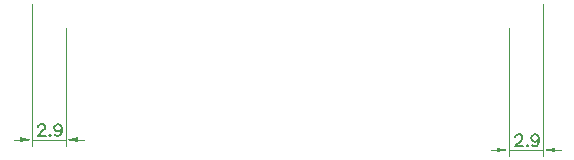
<source format=gbr>
G04 DipTrace 4.3.0.5*
G04 TopDimension.gbr*
%MOMM*%
G04 #@! TF.FileFunction,Drawing,Top*
G04 #@! TF.Part,Single*
%ADD15C,0.035*%
%ADD53C,0.15686*%
%FSLAX35Y35*%
G04*
G71*
G90*
G75*
G01*
G04 TopDimension*
%LPD*%
X-5650000Y-9465000D2*
D15*
Y-10665300D1*
X-5360000Y-9672000D2*
Y-10665300D1*
X-5650000Y-10615300D2*
X-5360000D1*
X-5800000D2*
X-5750000D1*
G36*
X-5650000D2*
X-5750000Y-10635300D1*
Y-10595300D1*
X-5650000Y-10615300D1*
G37*
X-5210000D2*
D15*
X-5260000D1*
G36*
X-5360000D2*
X-5260000Y-10595300D1*
Y-10635300D1*
X-5360000Y-10615300D1*
G37*
X-1610000Y-9672000D2*
D15*
Y-10753100D1*
X-1320000Y-9465000D2*
Y-10753100D1*
X-1610000Y-10703100D2*
X-1320000D1*
X-1760000D2*
X-1710000D1*
G36*
X-1610000D2*
X-1710000Y-10723100D1*
Y-10683100D1*
X-1610000Y-10703100D1*
G37*
X-1170000D2*
D15*
X-1220000D1*
G36*
X-1320000D2*
X-1220000Y-10683100D1*
Y-10723100D1*
X-1320000Y-10703100D1*
G37*
X-5594117Y-10506568D2*
D53*
Y-10501739D1*
X-5589288Y-10491968D1*
X-5584459Y-10487139D1*
X-5574688Y-10482309D1*
X-5555259D1*
X-5545600Y-10487139D1*
X-5540771Y-10491968D1*
X-5535829Y-10501739D1*
Y-10511397D1*
X-5540771Y-10521168D1*
X-5550429Y-10535655D1*
X-5599059Y-10584285D1*
X-5531000D1*
X-5494798Y-10574514D2*
X-5499628Y-10579455D1*
X-5494798Y-10584285D1*
X-5489857Y-10579455D1*
X-5494798Y-10574514D1*
X-5395255Y-10516226D2*
X-5400197Y-10530826D1*
X-5409855Y-10540597D1*
X-5424455Y-10545426D1*
X-5429284D1*
X-5443884Y-10540597D1*
X-5453543Y-10530826D1*
X-5458484Y-10516226D1*
Y-10511397D1*
X-5453543Y-10496797D1*
X-5443884Y-10487139D1*
X-5429284Y-10482309D1*
X-5424455D1*
X-5409855Y-10487139D1*
X-5400197Y-10496797D1*
X-5395255Y-10516226D1*
Y-10540597D1*
X-5400197Y-10564855D1*
X-5409855Y-10579455D1*
X-5424455Y-10584285D1*
X-5434114D1*
X-5448714Y-10579455D1*
X-5453543Y-10569685D1*
X-1554117Y-10594368D2*
Y-10589539D1*
X-1549288Y-10579768D1*
X-1544459Y-10574939D1*
X-1534688Y-10570109D1*
X-1515259D1*
X-1505600Y-10574939D1*
X-1500771Y-10579768D1*
X-1495829Y-10589539D1*
Y-10599197D1*
X-1500771Y-10608968D1*
X-1510429Y-10623455D1*
X-1559059Y-10672085D1*
X-1491000D1*
X-1454798Y-10662314D2*
X-1459628Y-10667255D1*
X-1454798Y-10672085D1*
X-1449857Y-10667255D1*
X-1454798Y-10662314D1*
X-1355255Y-10604026D2*
X-1360197Y-10618626D1*
X-1369855Y-10628397D1*
X-1384455Y-10633226D1*
X-1389284D1*
X-1403884Y-10628397D1*
X-1413543Y-10618626D1*
X-1418484Y-10604026D1*
Y-10599197D1*
X-1413543Y-10584597D1*
X-1403884Y-10574939D1*
X-1389284Y-10570109D1*
X-1384455D1*
X-1369855Y-10574939D1*
X-1360197Y-10584597D1*
X-1355255Y-10604026D1*
Y-10628397D1*
X-1360197Y-10652655D1*
X-1369855Y-10667255D1*
X-1384455Y-10672085D1*
X-1394114D1*
X-1408714Y-10667255D1*
X-1413543Y-10657485D1*
M02*

</source>
